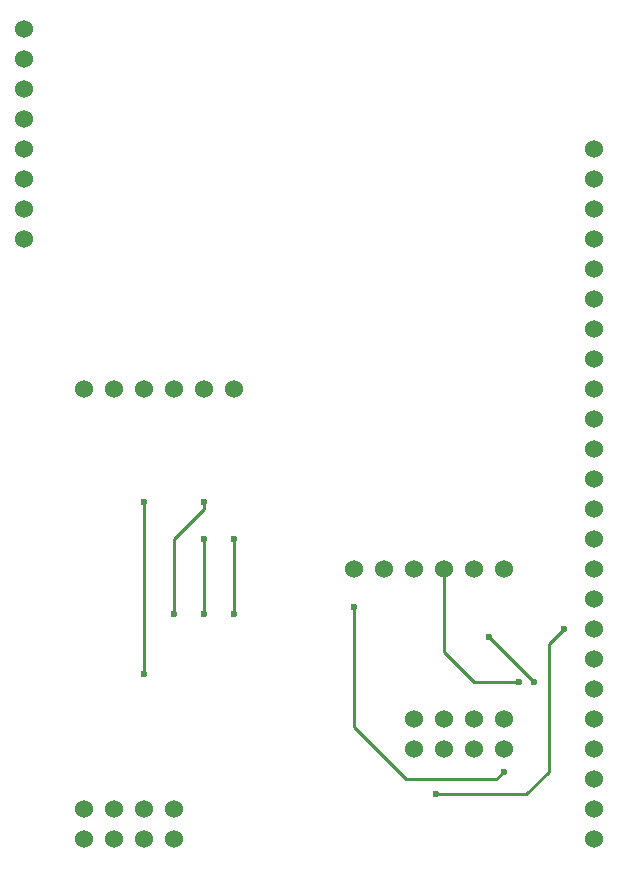
<source format=gbr>
G04 #@! TF.FileFunction,Copper,L2,Bot,Signal*
%FSLAX46Y46*%
G04 Gerber Fmt 4.6, Leading zero omitted, Abs format (unit mm)*
G04 Created by KiCad (PCBNEW 4.0.7) date 12/31/17 13:49:46*
%MOMM*%
%LPD*%
G01*
G04 APERTURE LIST*
%ADD10C,0.100000*%
%ADD11C,1.524000*%
%ADD12C,0.600000*%
%ADD13C,0.250000*%
G04 APERTURE END LIST*
D10*
D11*
X128270000Y-133350000D03*
X130810000Y-133350000D03*
X133350000Y-133350000D03*
X135890000Y-133350000D03*
X135890000Y-130810000D03*
X133350000Y-130810000D03*
X130810000Y-130810000D03*
X128270000Y-130810000D03*
X151130000Y-110490000D03*
X153670000Y-110490000D03*
X156210000Y-110490000D03*
X158750000Y-110490000D03*
X161290000Y-110490000D03*
X163830000Y-110490000D03*
X128270000Y-95250000D03*
X130810000Y-95250000D03*
X133350000Y-95250000D03*
X135890000Y-95250000D03*
X138430000Y-95250000D03*
X140970000Y-95250000D03*
X156210000Y-125730000D03*
X158750000Y-125730000D03*
X161290000Y-125730000D03*
X163830000Y-125730000D03*
X163830000Y-123190000D03*
X161290000Y-123190000D03*
X158750000Y-123190000D03*
X156210000Y-123190000D03*
X123190000Y-82550000D03*
X123190000Y-80010000D03*
X123190000Y-77470000D03*
X123190000Y-74930000D03*
X123190000Y-72390000D03*
X123190000Y-69850000D03*
X123190000Y-67310000D03*
X123190000Y-64770000D03*
X171450000Y-92710000D03*
X171450000Y-90170000D03*
X171450000Y-87630000D03*
X171450000Y-85090000D03*
X171450000Y-82550000D03*
X171450000Y-80010000D03*
X171450000Y-77470000D03*
X171450000Y-74930000D03*
X171450000Y-113030000D03*
X171450000Y-110490000D03*
X171450000Y-107950000D03*
X171450000Y-105410000D03*
X171450000Y-102870000D03*
X171450000Y-100330000D03*
X171450000Y-97790000D03*
X171450000Y-95250000D03*
X171450000Y-133350000D03*
X171450000Y-130810000D03*
X171450000Y-128270000D03*
X171450000Y-125730000D03*
X171450000Y-123190000D03*
X171450000Y-120650000D03*
X171450000Y-118110000D03*
X171450000Y-115570000D03*
D12*
X165100000Y-120015000D03*
X162560000Y-116205000D03*
X166370000Y-120015000D03*
X168910000Y-115570000D03*
X158115000Y-129540000D03*
X151130000Y-113665000D03*
X163830000Y-127635000D03*
X140970000Y-107950000D03*
X140970000Y-114300000D03*
X138430000Y-107950000D03*
X138430000Y-114300000D03*
X133350000Y-119380000D03*
X133350000Y-104775000D03*
X138430000Y-104775000D03*
X135890000Y-114300000D03*
D13*
X158750000Y-110490000D02*
X158750000Y-117475000D01*
X161290000Y-120015000D02*
X165100000Y-120015000D01*
X158750000Y-117475000D02*
X161290000Y-120015000D01*
X166370000Y-120015000D02*
X162560000Y-116205000D01*
X167640000Y-116840000D02*
X168910000Y-115570000D01*
X167640000Y-117475000D02*
X167640000Y-116840000D01*
X167640000Y-127635000D02*
X167640000Y-117475000D01*
X165735000Y-129540000D02*
X167640000Y-127635000D01*
X158115000Y-129540000D02*
X165735000Y-129540000D01*
X151130000Y-123825000D02*
X151130000Y-113665000D01*
X155575000Y-128270000D02*
X151130000Y-123825000D01*
X163195000Y-128270000D02*
X155575000Y-128270000D01*
X163830000Y-127635000D02*
X163195000Y-128270000D01*
X140970000Y-114300000D02*
X140970000Y-107950000D01*
X138430000Y-114300000D02*
X138430000Y-107950000D01*
X133350000Y-104775000D02*
X133350000Y-119380000D01*
X138430000Y-105410000D02*
X138430000Y-104775000D01*
X135890000Y-107950000D02*
X138430000Y-105410000D01*
X135890000Y-114300000D02*
X135890000Y-107950000D01*
M02*

</source>
